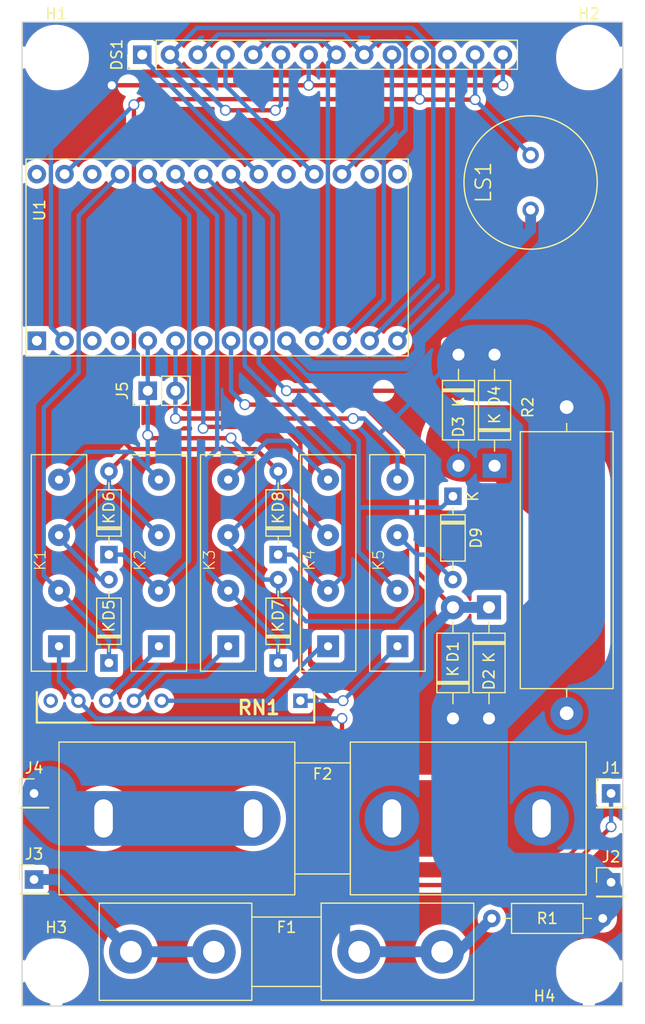
<source format=kicad_pcb>
(kicad_pcb (version 20221018) (generator pcbnew)
  (layers (0 "F.Cu" signal) (31 "B.Cu" signal) (34 "B.Paste" user) (35 "F.Paste" user) (36 "B.SilkS" user "B.Silkscreen") (37 "F.SilkS" user "F.Silkscreen") (38 "B.Mask" user) (39 "F.Mask" user) (44 "Edge.Cuts" user))
  (net 0 "")
  (net 1 "+3.3V")
  (net 2 "GND")
  (net 7 "/Speaker Control")
  (net 13 "/Input Common")
  (net 14 "/mA ADC In")
  (net 15 "/A ADC In")
  (net 16 "/TOUCH IRQ")
  (net 17 "/MISO")
  (net 18 "/MOSI")
  (net 19 "/TOUCH CS")
  (net 20 "/SCK")
  (net 21 "/TFT DC")
  (net 22 "/TFT CS")
  (net 23 "/mA In")
  (net 24 "/A In")
  (net 25 "/V{slash}Ohm In")
  (net 26 "/V{slash}Ohm ADC In")
  (net 27 "/Low Range Control")
  (net 28 "/Med Range Control")
  (net 29 "/High Range Control")
  (net 30 "/UH Range Control")
  (net 31 "/Ohm Vout")
  (net 32 "/V{slash}Ohm Control")
  (net 33 "Net-(K2-COM)")
  (net 34 "Net-(K3-COM)")
  (net 35 "Net-(K4-COM)")
  (footprint "502ProjectFootprints:SIL03-1A72-71_4" (layer "F.Cu") (at 195.326 102.616 90)
    (fp_text reference "K3" (at 0.254 -1.73 90 unlocked) (layer "F.SilkS") (effects (font (thickness 0.1))))
    (fp_text value "High Range")
    (pad "1" thru_hole rect (at -7.62 0 90) (size 2 2) (drill 0.75) (layers "*.Cu" "*.Mask") (net 34 "Net-(K3-COM)"))
    (pad "3" thru_hole circle (at -2.54 0 90) (size 2 2) (drill 0.75) (layers "*.Cu" "*.Mask" "Eco1.User") (net 29 "/High Range Control"))
    (pad "5" thru_hole circle (at 2.54 0 90) (size 2 2) (drill 0.75) (layers "*.Cu" "*.Mask") (net 2 "GND"))
    (pad "7" thru_hole circle (at 7.62 0 90) (size 2 2) (drill 0.75) (layers "*.Cu" "*.Mask") (net 26 "/V{slash}Ohm ADC In"))
  )
  (footprint "502ProjectFootprints:MountingHole_3mm" (layer "F.Cu") (at 228.346 139.954)
    (fp_text reference "H4" (at -4.064 2.286) (layer "F.SilkS"))
    (fp_text value "MountingHole")
    (pad "" np_thru_hole circle (at 0 0) (size 3 3) (drill 3) (layers "F&B.Cu" "*.Mask") (clearance 1.5))
  )
  (footprint "Diode_THT:D_DO-35_SOD27_P7.62mm_Horizontal" (layer "F.Cu") (at 184.404 101.854 90)
    (fp_text reference "D6" (at 4.826 0 90) (layer "F.SilkS"))
    (fp_text value "1N4148")
    (fp_text user "K" (at 3.302 0 90) (layer "F.SilkS"))
    (pad "1" thru_hole rect (at 0 0 90) (size 1.6 1.6) (drill 0.8) (layers "*.Cu" "*.Mask") (net 28 "/Med Range Control"))
    (pad "2" thru_hole oval (at 7.62 0 90) (size 1.6 1.6) (drill 0.8) (layers "*.Cu" "*.Mask") (net 2 "GND"))
  )
  (footprint "502ProjectFootprints:PinHeader_1x01_P2.54mm_Vertical_H0.8mm" (layer "F.Cu") (at 177.546 123.698)
    (fp_text reference "J4" (at 0 -2.33) (layer "F.SilkS"))
    (fp_text value "A")
    (pad "1" thru_hole rect (at 0 0) (size 1.7 1.7) (drill 0.8) (layers "*.Cu" "*.Mask") (net 24 "/A In"))
  )
  (footprint "Diode_THT:D_DO-41_SOD81_P10.16mm_Horizontal" (layer "F.Cu") (at 219.202 106.68 -90)
    (fp_text reference "D2" (at 6.604 0 90) (layer "F.SilkS"))
    (fp_text value "1N4001")
    (fp_text user "K" (at 4.572 0 90) (layer "F.SilkS"))
    (pad "1" thru_hole rect (at 0 0 270) (size 2.2 2.2) (drill 1.1) (layers "*.Cu" "*.Mask") (net 14 "/mA ADC In"))
    (pad "2" thru_hole oval (at 10.16 0 270) (size 2.2 2.2) (drill 1.1) (layers "*.Cu" "*.Mask") (net 13 "/Input Common"))
  )
  (footprint "Diode_THT:D_DO-35_SOD27_P7.62mm_Horizontal" (layer "F.Cu") (at 215.9 96.52 -90)
    (fp_text reference "D9" (at 3.81 -2.12 90) (layer "F.SilkS"))
    (fp_text value "1N4148")
    (fp_text user "K" (at 0 -1.8 90) (layer "F.SilkS"))
    (pad "1" thru_hole rect (at 0 0 270) (size 1.6 1.6) (drill 0.8) (layers "*.Cu" "*.Mask") (net 32 "/V{slash}Ohm Control"))
    (pad "2" thru_hole oval (at 7.62 0 270) (size 1.6 1.6) (drill 0.8) (layers "*.Cu" "*.Mask") (net 2 "GND"))
  )
  (footprint "502ProjectFootprints:SIL03-1A72-71_4" (layer "F.Cu") (at 210.82 102.616 90)
    (fp_text reference "K5" (at 0.254 -1.73 90 unlocked) (layer "F.SilkS") (effects (font (thickness 0.1))))
    (fp_text value "V/Ohm Switch")
    (pad "1" thru_hole rect (at -7.62 0 90) (size 2 2) (drill 0.75) (layers "*.Cu" "*.Mask") (net 31 "/Ohm Vout"))
    (pad "3" thru_hole circle (at -2.54 0 90) (size 2 2) (drill 0.75) (layers "*.Cu" "*.Mask" "Eco1.User") (net 32 "/V{slash}Ohm Control"))
    (pad "5" thru_hole circle (at 2.54 0 90) (size 2 2) (drill 0.75) (layers "*.Cu" "*.Mask") (net 2 "GND"))
    (pad "7" thru_hole circle (at 7.62 0 90) (size 2 2) (drill 0.75) (layers "*.Cu" "*.Mask") (net 13 "/Input Common"))
  )
  (footprint "Diode_THT:D_DO-41_SOD81_P10.16mm_Horizontal" (layer "F.Cu") (at 215.9 116.84 90)
    (fp_text reference "D1" (at 6.096 0 90) (layer "F.SilkS"))
    (fp_text value "1N4001")
    (fp_text user "K" (at 4.318 0 90) (layer "F.SilkS"))
    (pad "1" thru_hole rect (at 0 0 90) (size 2.2 2.2) (drill 1.1) (layers "*.Cu" "*.Mask") (net 13 "/Input Common"))
    (pad "2" thru_hole oval (at 10.16 0 90) (size 2.2 2.2) (drill 1.1) (layers "*.Cu" "*.Mask") (net 14 "/mA ADC In"))
  )
  (footprint "502ProjectFootprints:PinHeader_1x01_P2.54mm_Vertical_H0.8mm" (layer "F.Cu") (at 177.546 131.572)
    (fp_text reference "J3" (at 0 -2.33) (layer "F.SilkS"))
    (fp_text value "mA")
    (pad "1" thru_hole rect (at 0 0) (size 1.7 1.7) (drill 0.8) (layers "*.Cu" "*.Mask") (net 23 "/mA In"))
  )
  (footprint "502ProjectFootprints:LF124061_2" (layer "F.Cu") (at 200.66 138.176)
    (fp_text reference "F1" (at 0 -2.238 unlocked) (layer "F.SilkS"))
    (fp_text value "250mA Fuse")
    (pad "1" thru_hole circle (at -14.25 0) (size 4 4) (drill 1.98) (layers "*.Cu" "*.Mask") (net 23 "/mA In"))
    (pad "2" thru_hole circle (at -6.65 0) (size 4 4) (drill 1.98) (layers "*.Cu" "*.Mask") (net 23 "/mA In"))
    (pad "3" thru_hole circle (at 6.65 0) (size 4 4) (drill 1.98) (layers "*.Cu" "*.Mask") (net 14 "/mA ADC In"))
    (pad "4" thru_hole circle (at 14.25 0) (size 4 4) (drill 1.98) (layers "*.Cu" "*.Mask") (net 14 "/mA ADC In"))
  )
  (footprint "502ProjectFootprints:MountingHole_3mm" (layer "F.Cu") (at 179.578 139.954)
    (fp_text reference "H3" (at 0 -4) (layer "F.SilkS"))
    (fp_text value "MountingHole")
    (pad "" np_thru_hole circle (at 0 0) (size 3 3) (drill 3) (layers "F&B.Cu" "*.Mask") (clearance 1.5))
  )
  (footprint "502ProjectFootprints:LOB-1528272_3" (layer "F.Cu") (at 226.314 102.362 90)
    (fp_text reference "R2" (at 13.97 -3.556 90 unlocked) (layer "F.SilkS"))
    (fp_text value "0.05 Ohm")
    (pad "1" thru_hole circle (at -14 0 90) (size 3 3) (drill 1.25) (layers "*.Cu" "*.Mask") (net 15 "/A ADC In"))
    (pad "2" thru_hole circle (at 14 0 90) (size 3 3) (drill 1.25) (layers "*.Cu" "*.Mask") (net 13 "/Input Common"))
  )
  (footprint "502ProjectFootprints:MountingHole_3mm" (layer "F.Cu") (at 179.578 56.388)
    (fp_text reference "H1" (at 0 -4) (layer "F.SilkS"))
    (fp_text value "MountingHole")
    (pad "" np_thru_hole circle (at 0 0) (size 3 3) (drill 3) (layers "F&B.Cu" "*.Mask") (clearance 1.5))
  )
  (footprint "502ProjectFootprints:PinHeader_1x01_P2.54mm_Vertical_H0.8mm" (layer "F.Cu") (at 230.378 123.698)
    (fp_text reference "J1" (at 0 -2.33) (layer "F.SilkS"))
    (fp_text value "V/Ohm")
    (pad "1" thru_hole rect (at 0 0) (size 1.7 1.7) (drill 0.8) (layers "*.Cu" "*.Mask") (net 25 "/V{slash}Ohm In"))
  )
  (footprint "Resistor_THT:R_Axial_DIN0207_L6.3mm_D2.5mm_P10.16mm_Horizontal" (layer "F.Cu") (at 219.456 135.128)
    (fp_text reference "R1" (at 5.08 0) (layer "F.SilkS"))
    (fp_text value "5 Ohm")
    (pad "1" thru_hole circle (at 0 0) (size 1.6 1.6) (drill 0.8) (layers "*.Cu" "*.Mask") (net 14 "/mA ADC In"))
    (pad "2" thru_hole oval (at 10.16 0) (size 1.6 1.6) (drill 0.8) (layers "*.Cu" "*.Mask") (net 13 "/Input Common"))
  )
  (footprint "502ProjectFootprints:PinHeader_1x01_P2.54mm_Vertical_H0.8mm" (layer "F.Cu") (at 230.378 131.826)
    (fp_text reference "J2" (at 0 -2.33) (layer "F.SilkS"))
    (fp_text value "Com")
    (pad "1" thru_hole rect (at 0 0) (size 1.7 1.7) (drill 0.8) (layers "*.Cu" "*.Mask") (net 13 "/Input Common"))
  )
  (footprint "502ProjectFootprints:LF124041_3" (layer "F.Cu") (at 203.962 125.984)
    (fp_text reference "F2" (at 0 -4.064 unlocked) (layer "F.SilkS"))
    (fp_text value "10A Fuse")
    (pad "1" thru_hole circle (at -20.05 0) (size 5 5) (drill oval 1.7 3.5) (layers "*.Cu" "*.Mask") (net 24 "/A In"))
    (pad "2" thru_hole circle (at -6.35 0) (size 5 5) (drill oval 1.7 3.5) (layers "*.Cu" "*.Mask") (net 24 "/A In"))
    (pad "3" thru_hole circle (at 6.35 0) (size 5 5) (drill oval 1.7 3.5) (layers "*.Cu" "*.Mask") (net 15 "/A ADC In"))
    (pad "4" thru_hole circle (at 20.05 0) (size 5 5) (drill oval 1.7 3.5) (layers "*.Cu" "*.Mask") (net 15 "/A ADC In"))
  )
  (footprint "Diode_THT:D_DO-35_SOD27_P7.62mm_Horizontal" (layer "F.Cu") (at 199.898 101.854 90)
    (fp_text reference "D8" (at 4.826 0 90) (layer "F.SilkS"))
    (fp_text value "1N4148")
    (fp_text user "K" (at 3.302 0 90) (layer "F.SilkS"))
    (pad "1" thru_hole rect (at 0 0 90) (size 1.6 1.6) (drill 0.8) (layers "*.Cu" "*.Mask") (net 30 "/UH Range Control"))
    (pad "2" thru_hole oval (at 7.62 0 90) (size 1.6 1.6) (drill 0.8) (layers "*.Cu" "*.Mask") (net 2 "GND"))
  )
  (footprint "Diode_THT:D_DO-35_SOD27_P7.62mm_Horizontal" (layer "F.Cu") (at 199.898 111.76 90)
    (fp_text reference "D7" (at 4.826 0 90) (layer "F.SilkS"))
    (fp_text value "1N4148")
    (fp_text user "K" (at 3.302 0 90) (layer "F.SilkS"))
    (pad "1" thru_hole rect (at 0 0 90) (size 1.6 1.6) (drill 0.8) (layers "*.Cu" "*.Mask") (net 29 "/High Range Control"))
    (pad "2" thru_hole oval (at 7.62 0 90) (size 1.6 1.6) (drill 0.8) (layers "*.Cu" "*.Mask") (net 2 "GND"))
  )
  (footprint "502ProjectFootprints:SIL03-1A72-71_4" (layer "F.Cu") (at 179.832 102.616 90)
    (fp_text reference "K1" (at 0.254 -1.73 90 unlocked) (layer "F.SilkS") (effects (font (thickness 0.1))))
    (fp_text value "Low Range")
    (pad "1" thru_hole rect (at -7.62 0 90) (size 2 2) (drill 0.75) (layers "*.Cu" "*.Mask") (net 25 "/V{slash}Ohm In"))
    (pad "3" thru_hole circle (at -2.54 0 90) (size 2 2) (drill 0.75) (layers "*.Cu" "*.Mask" "Eco1.User") (net 27 "/Low Range Control"))
    (pad "5" thru_hole circle (at 2.54 0 90) (size 2 2) (drill 0.75) (layers "*.Cu" "*.Mask") (net 2 "GND"))
    (pad "7" thru_hole circle (at 7.62 0 90) (size 2 2) (drill 0.75) (layers "*.Cu" "*.Mask") (net 26 "/V{slash}Ohm ADC In"))
  )
  (footprint "502ProjectFootprints:PinHeader_1x02_P2.54mm_Vertical_H0.9mm" (layer "F.Cu") (at 187.955 86.868 90)
    (fp_text reference "J5" (at 0 -2.33 90) (layer "F.SilkS"))
    (fp_text value "Parallel Prot")
    (pad "1" thru_hole rect (at 0 0 90) (size 1.7 1.7) (drill 0.9) (layers "*.Cu" "*.Mask") (net 26 "/V{slash}Ohm ADC In"))
    (pad "2" thru_hole oval (at 0 2.54 90) (size 1.7 1.7) (drill 0.9) (layers "*.Cu" "*.Mask") (net 13 "/Input Common"))
  )
  (footprint "502ProjectFootprints:PinHeader_1x14_P2.54mm_Vertical_H0.9mm" (layer "F.Cu") (at 187.452 56.134 90)
    (fp_text reference "DS1" (at 0 -2.33 90) (layer "F.SilkS"))
    (fp_text value "TFT_Interface")
    (pad "1" thru_hole rect (at 0 0 90) (size 1.7 1.7) (drill 0.9) (layers "*.Cu" "*.Mask") (net 16 "/TOUCH IRQ"))
    (pad "2" thru_hole oval (at 0 2.54 90) (size 1.7 1.7) (drill 0.9) (layers "*.Cu" "*.Mask") (net 17 "/MISO"))
    (pad "3" thru_hole oval (at 0 5.08 90) (size 1.7 1.7) (drill 0.9) (layers "*.Cu" "*.Mask") (net 18 "/MOSI"))
    (pad "4" thru_hole oval (at 0 7.62 90) (size 1.7 1.7) (drill 0.9) (layers "*.Cu" "*.Mask") (net 19 "/TOUCH CS"))
    (pad "5" thru_hole oval (at 0 10.16 90) (size 1.7 1.7) (drill 0.9) (layers "*.Cu" "*.Mask") (net 20 "/SCK"))
    (pad "6" thru_hole oval (at 0 12.7 90) (size 1.7 1.7) (drill 0.9) (layers "*.Cu" "*.Mask") (net 17 "/MISO"))
    (pad "7" thru_hole oval (at 0 15.24 90) (size 1.7 1.7) (drill 0.9) (layers "*.Cu" "*.Mask") (net 1 "+3.3V"))
    (pad "8" thru_hole oval (at 0 17.78 90) (size 1.7 1.7) (drill 0.9) (layers "*.Cu" "*.Mask") (net 20 "/SCK"))
    (pad "9" thru_hole oval (at 0 20.32 90) (size 1.7 1.7) (drill 0.9) (layers "*.Cu" "*.Mask") (net 18 "/MOSI"))
    (pad "10" thru_hole oval (at 0 22.86 90) (size 1.7 1.7) (drill 0.9) (layers "*.Cu" "*.Mask") (net 21 "/TFT DC"))
    (pad "11" thru_hole oval (at 0 25.4 90) (size 1.7 1.7) (drill 0.9) (layers "*.Cu" "*.Mask") (net 2 "GND"))
    (pad "12" thru_hole oval (at 0 27.94 90) (size 1.7 1.7) (drill 0.9) (layers "*.Cu" "*.Mask") (net 22 "/TFT CS"))
    (pad "13" thru_hole oval (at 0 30.48 90) (size 1.7 1.7) (drill 0.9) (layers "*.Cu" "*.Mask") (net 2 "GND"))
    (pad "14" thru_hole oval (at 0 33.02 90) (size 1.7 1.7) (drill 0.9) (layers "*.Cu" "*.Mask") (net 1 "+3.3V"))
  )
  (footprint "502ProjectFootprints:1776-C68-1" (layer "F.Cu") (at 201.93 115.219 180)
    (fp_text reference "RN1" (at 3.81 -0.635) (layer "F.SilkS") (effects (font (size 1.27 1.27) (thickness 0.254))))
    (fp_text value "1776-C68" hide)
    (pad "1" thru_hole circle (at 22.86 0 180) (size 1.32 1.32) (drill 0.77) (layers "*.Cu" "*.Mask"))
    (pad "2" thru_hole circle (at 20.32 0 180) (size 1.32 1.32) (drill 0.77) (layers "*.Cu" "*.Mask") (net 25 "/V{slash}Ohm In"))
    (pad "3" thru_hole circle (at 17.78 0 180) (size 1.32 1.32) (drill 0.77) (layers "*.Cu" "*.Mask") (net 33 "Net-(K2-COM)"))
    (pad "4" thru_hole circle (at 15.24 0 180) (size 1.32 1.32) (drill 0.77) (layers "*.Cu" "*.Mask") (net 34 "Net-(K3-COM)"))
    (pad "5" thru_hole circle (at 12.7 0 180) (size 1.32 1.32) (drill 0.77) (layers "*.Cu" "*.Mask") (net 35 "Net-(K4-COM)"))
    (pad "6" thru_hole rect (at 0 0 180) (size 1.32 1.32) (drill 0.77) (layers "*.Cu" "*.Mask") (net 31 "/Ohm Vout"))
  )
  (footprint "Diode_THT:D_DO-41_SOD81_P10.16mm_Horizontal" (layer "F.Cu") (at 219.71 93.726 90)
    (fp_text reference "D4" (at 6.35 0 90) (layer "F.SilkS"))
    (fp_text value "1N4001")
    (fp_text user "K" (at 4.318 0 90) (layer "F.SilkS"))
    (pad "1" thru_hole rect (at 0 0 90) (size 2.2 2.2) (drill 1.1) (layers "*.Cu" "*.Mask") (net 15 "/A ADC In"))
    (pad "2" thru_hole oval (at 10.16 0 90) (size 2.2 2.2) (drill 1.1) (layers "*.Cu" "*.Mask") (net 13 "/Input Common"))
  )
  (footprint "502ProjectFootprints:XDCR_PS1240P02BT" (layer "F.Cu") (at 223.012 67.818 90)
    (fp_text reference "LS1" (at 0 -4.318 90) (layer "F.SilkS") (effects (font (size 1.4 1.4))))
    (fp_text value "PS1240P02BT")
    (pad "1" thru_hole circle (at -2.5 0 90) (size 1.5 1.5) (drill 0.85) (layers "*.Cu" "*.Mask") (net 7 "/Speaker Control"))
    (pad "2" thru_hole circle (at 2.5 0 90) (size 1.5 1.5) (drill 0.85) (layers "*.Cu" "*.Mask") (net 2 "GND"))
  )
  (footprint "Diode_THT:D_DO-35_SOD27_P7.62mm_Horizontal" (layer "F.Cu") (at 184.404 111.76 90)
    (fp_text reference "D5" (at 4.826 0 90) (layer "F.SilkS"))
    (fp_text value "1N4148")
    (fp_text user "K" (at 3.302 0 90) (layer "F.SilkS"))
    (pad "1" thru_hole rect (at 0 0 90) (size 1.6 1.6) (drill 0.8) (layers "*.Cu" "*.Mask") (net 27 "/Low Range Control"))
    (pad "2" thru_hole oval (at 7.62 0 90) (size 1.6 1.6) (drill 0.8) (layers "*.Cu" "*.Mask") (net 2 "GND"))
  )
  (footprint "502ProjectFootprints:MountingHole_3mm" (layer "F.Cu") (at 228.346 56.388)
    (fp_text reference "H2" (at 0 -4) (layer "F.SilkS"))
    (fp_text value "MountingHole")
    (pad "" np_thru_hole circle (at 0 0) (size 3 3) (drill 3) (layers "F&B.Cu" "*.Mask") (clearance 1.5))
  )
  (footprint "502ProjectFootprints:ItsyBitsy" (layer "F.Cu") (at 194.31 74.676 90)
    (fp_text reference "U1" (at 4.318 -16.256 90 unlocked) (layer "F.SilkS"))
    (fp_text value "ItsyBitsy_NRF52840_Big")
    (pad "1" thru_hole rect (at -7.62 -16.51 90) (size 1.7 1.7) (drill 0.9) (layers "*.Cu" "*.Mask"))
    (pad "2" thru_hole circle (at -7.62 -13.97 90) (size 1.7 1.7) (drill 0.9) (layers "*.Cu" "*.Mask") (net 1 "+3.3V"))
    (pad "3" thru_hole circle (at -7.62 -11.43 90) (size 1.7 1.7) (drill 0.9) (layers "*.Cu" "*.Mask"))
    (pad "4" thru_hole circle (at -7.62 -8.89 90) (size 1.7 1.7) (drill 0.9) (layers "*.Cu" "*.Mask"))
    (pad "5" thru_hole circle (at -7.62 -6.35 90) (size 1.7 1.7) (drill 0.9) (layers "*.Cu" "*.Mask") (net 26 "/V{slash}Ohm ADC In"))
    (pad "6" thru_hole circle (at -7.62 -3.81 90) (size 1.7 1.7) (drill 0.9) (layers "*.Cu" "*.Mask") (net 13 "/Input Common"))
    (pad "7" thru_hole circle (at -7.62 -1.27 90) (size 1.7 1.7) (drill 0.9) (layers "*.Cu" "*.Mask") (net 31 "/Ohm Vout"))
    (pad "8" thru_hole circle (at -7.62 1.27 90) (size 1.7 1.7) (drill 0.9) (layers "*.Cu" "*.Mask") (net 14 "/mA ADC In"))
    (pad "9" thru_hole circle (at -7.62 3.81 90) (size 1.7 1.7) (drill 0.9) (layers "*.Cu" "*.Mask") (net 15 "/A ADC In"))
    (pad "10" thru_hole circle (at -7.62 6.35 90) (size 1.7 1.7) (drill 0.9) (layers "*.Cu" "*.Mask") (net 7 "/Speaker Control"))
    (pad "11" thru_hole circle (at -7.62 8.89 90) (size 1.7 1.7) (drill 0.9) (layers "*.Cu" "*.Mask") (net 20 "/SCK"))
    (pad "12" thru_hole circle (at -7.62 11.43 90) (size 1.7 1.7) (drill 0.9) (layers "*.Cu" "*.Mask") (net 18 "/MOSI"))
    (pad "13" thru_hole circle (at -7.62 13.97 90) (size 1.7 1.7) (drill 0.9) (layers "*.Cu" "*.Mask") (net 17 "/MISO"))
    (pad "14" thru_hole circle (at -7.62 16.51 90) (size 1.7 1.7) (drill 0.9) (layers "*.Cu" "*.Mask") (net 22 "/TFT CS"))
    (pad "15" thru_hole circle (at 7.62 16.51 90) (size 1.7 1.7) (drill 0.9) (layers "*.Cu" "*.Mask"))
    (pad "16" thru_hole circle (at 7.62 13.97 90) (size 1.7 1.7) (drill 0.9) (layers "*.Cu" "*.Mask"))
    (pad "17" thru_hole circle (at 7.62 11.43 90) (size 1.7 1.7) (drill 0.9) (layers "*.Cu" "*.Mask") (net 21 "/TFT DC"))
    (pad "18" thru_hole circle (at 7.62 8.89 90) (size 1.7 1.7) (drill 0.9) (layers "*.Cu" "*.Mask") (net 19 "/TOUCH CS"))
    (pad "19" thru_hole circle (at 7.62 6.35 90) (size 1.7 1.7) (drill 0.9) (layers "*.Cu" "*.Mask"))
    (pad "20" thru_hole circle (at 7.62 3.81 90) (size 1.7 1.7) (drill 0.9) (layers "*.Cu" "*.Mask") (net 16 "/TOUCH IRQ"))
    (pad "21" thru_hole circle (at 7.62 1.27 90) (size 1.7 1.7) (drill 0.9) (layers "*.Cu" "*.Mask") (net 32 "/V{slash}Ohm Control"))
    (pad "22" thru_hole circle (at 7.62 -1.27 90) (size 1.7 1.7) (drill 0.9) (layers "*.Cu" "*.Mask") (net 30 "/UH Range Control"))
    (pad "23" thru_hole circle (at 7.62 -3.81 90) (size 1.7 1.7) (drill 0.9) (layers "*.Cu" "*.Mask") (net 29 "/High Range Control"))
    (pad "24" thru_hole circle (at 7.62 -6.35 90) (size 1.7 1.7) (drill 0.9) (layers "*.Cu" "*.Mask") (net 28 "/Med Range Control"))
    (pad "25" thru_hole circle (at 7.62 -8.89 90) (size 1.7 1.7) (drill 0.9) (layers "*.Cu" "*.Mask") (net 27 "/Low Range Control"))
    (pad "26" thru_hole circle (at 7.62 -11.43 90) (size 1.7 1.7) (drill 0.9) (layers "*.Cu" "*.Mask"))
    (pad "27" thru_hole circle (at 7.62 -13.97 90) (size 1.7 1.7) (drill 0.9) (layers "*.Cu" "*.Mask") (net 2 "GND"))
    (pad "28" thru_hole circle (at 7.62 -16.51 90) (size 1.7 1.7) (drill 0.9) (layers "*.Cu" "*.Mask"))
  )
  (footprint "502ProjectFootprints:SIL03-1A72-71_4" (layer "F.Cu") (at 188.976 102.616 90)
    (fp_text reference "K2" (at 0.254 -1.73 90 unlocked) (layer "F.SilkS") (effects (font (thickness 0.1))))
    (fp_text value "Medium Range")
    (pad "1" thru_hole rect (at -7.62 0 90) (size 2 2) (drill 0.75) (layers "*.Cu" "*.Mask") (net 33 "Net-(K2-COM)"))
    (pad "3" thru_hole circle (at -2.54 0 90) (size 2 2) (drill 0.75) (layers "*.Cu" "*.Mask" "Eco1.User") (net 28 "/Med Range Control"))
    (pad "5" thru_hole circle (at 2.54 0 90) (size 2 2) (drill 0.75) (layers "*.Cu" "*.Mask") (net 2 "GND"))
    (pad "7" thru_hole circle (at 7.62 0 90) (size 2 2) (drill 0.75) (layers "*.Cu" "*.Mask") (net 26 "/V{slash}Ohm ADC In"))
  )
  (footprint "502ProjectFootprints:SIL03-1A72-71_4" (layer "F.Cu") (at 204.47 102.616 90)
    (fp_text reference "K4" (at 0.254 -1.73 90 unlocked) (layer "F.SilkS") (effects (font (thickness 0.1))))
    (fp_text value "UH Range (Ohm Only)")
    (pad "1" thru_hole rect (at -7.62 0 90) (size 2 2) (drill 0.75) (layers "*.Cu" "*.Mask") (net 35 "Net-(K4-COM)"))
    (pad "3" thru_hole circle (at -2.54 0 90) (size 2 2) (drill 0.75) (layers "*.Cu" "*.Mask" "Eco1.User") (net 30 "/UH Range Control"))
    (pad "5" thru_hole circle (at 2.54 0 90) (size 2 2) (drill 0.75) (layers "*.Cu" "*.Mask") (net 2 "GND"))
    (pad "7" thru_hole circle (at 7.62 0 90) (size 2 2) (drill 0.75) (layers "*.Cu" "*.Mask") (net 26 "/V{slash}Ohm ADC In"))
  )
  (footprint "Diode_THT:D_DO-41_SOD81_P10.16mm_Horizontal" (layer "F.Cu") (at 216.408 83.566 -90)
    (fp_text reference "D3" (at 6.604 0 90) (layer "F.SilkS"))
    (fp_text value "1N4001")
    (fp_text user "K" (at 4.318 0 90) (layer "F.SilkS"))
    (pad "1" thru_hole rect (at 0 0 270) (size 2.2 2.2) (drill 1.1) (layers "*.Cu" "*.Mask") (net 13 "/Input Common"))
    (pad "2" thru_hole oval (at 10.16 0 270) (size 2.2 2.2) (drill 1.1) (layers "*.Cu" "*.Mask") (net 15 "/A ADC In"))
  )
  (gr_rect (start 176.452 53.134) (end 231.452 143.134) (stroke (width 0.1)) (fill none) (layer "Edge.Cuts"))
  (gr_rect (start 176.452 53.134) (end 231.452 143.134) (stroke (width 0.1)) (fill none) (layer "Edge.Cuts"))
  (segment (start 202.692 58.928) (end 184.658 58.928) (width 0.4) (layer "F.Cu") (net 1))
  (segment (start 220.472 58.928) (end 202.692 58.928) (width 0.4) (layer "F.Cu") (net 1))
  (via (at 220.472 58.928) (size 1) (drill 0.75) (layers "F.Cu" "B.Cu") (net 1))
  (via (at 202.692 58.928) (size 1) (drill 0.75) (layers "F.Cu" "B.Cu") (net 1))
  (via (at 184.658 58.928) (size 1) (drill 0.75) (layers "F.Cu" "B.Cu") (net 1))
  (segment (start 179.09 81.046) (end 180.34 82.296) (width 0.4) (layer "B.Cu") (net 1))
  (segment (start 179.09 64.496) (end 179.09 81.046) (width 0.4) (layer "B.Cu") (net 1))
  (segment (start 202.692 56.134) (end 202.692 58.928) (width 0.4) (layer "B.Cu") (net 1))
  (segment (start 220.472 56.134) (end 220.472 58.928) (width 0.4) (layer "B.Cu") (net 1))
  (segment (start 184.658 58.928) (end 179.09 64.496) (width 0.4) (layer "B.Cu") (net 1))
  (segment (start 186.69 60.706) (end 187.198 60.198) (width 0.4) (layer "F.Cu") (net 2))
  (segment (start 197.866 92.202) (end 199.898 94.234) (width 0.4) (layer "F.Cu") (net 2))
  (segment (start 184.404 94.234) (end 186.436 92.202) (width 0.4) (layer "F.Cu") (net 2))
  (segment (start 187.198 60.198) (end 212.852 60.198) (width 0.4) (layer "F.Cu") (net 2))
  (segment (start 186.69 60.706) (end 186.69 84.582) (width 0.4) (layer "F.Cu") (net 2))
  (segment (start 186.436 92.202) (end 197.866 92.202) (width 0.4) (layer "F.Cu") (net 2))
  (segment (start 185.928 85.344) (end 185.928 91.694) (width 0.4) (layer "F.Cu") (net 2))
  (segment (start 185.928 91.694) (end 186.436 92.202) (width 0.4) (layer "F.Cu") (net 2))
  (segment (start 212.892 60.238) (end 212.852 60.198) (width 0.4) (layer "F.Cu") (net 2))
  (segment (start 186.69 84.582) (end 185.928 85.344) (width 0.4) (layer "F.Cu") (net 2))
  (segment (start 217.932 60.238) (end 212.892 60.238) (width 0.4) (layer "F.Cu") (net 2))
  (via (at 212.852 60.198) (size 1) (drill 0.75) (layers "F.Cu" "B.Cu") (net 2))
  (via (at 217.932 60.238) (size 1) (drill 0.75) (layers "F.Cu" "B.Cu") (net 2))
  (via (at 186.69 60.706) (size 1) (drill 0.75) (layers "F.Cu" "B.Cu") (net 2))
  (segment (start 217.932 60.238) (end 223.012 65.318) (width 0.4) (layer "B.Cu") (net 2))
  (segment (start 198.628 104.14) (end 195.326 100.838) (width 0.4) (layer "B.Cu") (net 2))
  (segment (start 184.404 95.504) (end 188.976 100.076) (width 0.4) (layer "B.Cu") (net 2))
  (segment (start 195.326 100.076) (end 199.898 95.504) (width 0.4) (layer "B.Cu") (net 2))
  (segment (start 212.598 101.854) (end 212.598 105.918) (width 0.4) (layer "B.Cu") (net 2))
  (segment (start 186.69 60.706) (end 180.34 67.056) (width 0.4) (layer "B.Cu") (net 2))
  (segment (start 202.438 107.95) (end 199.898 105.41) (width 0.4) (layer "B.Cu") (net 2))
  (segment (start 212.852 56.134) (end 212.852 60.198) (width 0.4) (layer "B.Cu") (net 2))
  (segment (start 212.598 105.918) (end 210.566 107.95) (width 0.4) (layer "B.Cu") (net 2))
  (segment (start 199.898 105.41) (end 199.898 104.14) (width 0.4) (layer "B.Cu") (net 2))
  (segment (start 199.898 104.14) (end 198.628 104.14) (width 0.4) (layer "B.Cu") (net 2))
  (segment (start 195.326 100.838) (end 195.326 100.076) (width 0.4) (layer "B.Cu") (net 2))
  (segment (start 210.82 100.076) (end 212.598 101.854) (width 0.4) (layer "B.Cu") (net 2))
  (segment (start 179.832 100.076) (end 184.404 95.504) (width 0.4) (layer "B.Cu") (net 2))
  (segment (start 215.9 104.14) (end 213.614 101.854) (width 0.4) (layer "B.Cu") (net 2))
  (segment (start 213.614 101.854) (end 212.598 101.854) (width 0.4) (layer "B.Cu") (net 2))
  (segment (start 183.642 104.14) (end 179.832 100.33) (width 0.4) (layer "B.Cu") (net 2))
  (segment (start 179.832 100.33) (end 179.832 100.076) (width 0.4) (layer "B.Cu") (net 2))
  (segment (start 184.404 94.234) (end 184.404 95.504) (width 0.4) (layer "B.Cu") (net 2))
  (segment (start 199.898 94.234) (end 199.898 95.504) (width 0.4) (layer "B.Cu") (net 2))
  (segment (start 199.898 95.504) (end 204.47 100.076) (width 0.4) (layer "B.Cu") (net 2))
  (segment (start 184.404 104.14) (end 183.642 104.14) (width 0.4) (layer "B.Cu") (net 2))
  (segment (start 217.932 56.134) (end 217.932 60.238) (width 0.4) (layer "B.Cu") (net 2))
  (segment (start 210.566 107.95) (end 202.438 107.95) (width 0.4) (layer "B.Cu") (net 2))
  (segment (start 200.66 82.296) (end 202.946 84.582) (width 1) (layer "B.Cu") (net 7))
  (segment (start 212.852 83.312) (end 212.852 82.296) (width 1) (layer "B.Cu") (net 7))
  (segment (start 223.012 72.136) (end 223.012 70.318) (width 1) (layer "B.Cu") (net 7))
  (segment (start 211.582 84.582) (end 212.852 83.312) (width 1) (layer "B.Cu") (net 7))
  (segment (start 212.852 82.296) (end 223.012 72.136) (width 1) (layer "B.Cu") (net 7))
  (segment (start 202.946 84.582) (end 211.582 84.582) (width 1) (layer "B.Cu") (net 7))
  (segment (start 206.756 89.406957) (end 206.754957 89.408) (width 0.4) (layer "F.Cu") (net 13))
  (segment (start 206.754957 89.408) (end 190.5 89.408) (width 0.4) (layer "F.Cu") (net 13))
  (segment (start 190.5 89.408) (end 190.495 89.403) (width 0.4) (layer "F.Cu") (net 13))
  (via (at 206.756 89.406957) (size 1) (drill 0.75) (layers "F.Cu" "B.Cu") (net 13))
  (via (at 190.495 89.403) (size 1) (drill 0.75) (layers "F.Cu" "B.Cu") (net 13))
  (segment (start 226.314 107.442) (end 217.424 116.332) (width 7) (layer "B.Cu") (net 13))
  (segment (start 227.64 131.628) (end 228.952 132.94) (width 5) (layer "B.Cu") (net 13))
  (segment (start 217.424 128.524) (end 220.528 131.628) (width 5) (layer "B.Cu") (net 13))
  (segment (start 227.75 134.454) (end 223.608 134.454) (width 5) (layer "B.Cu") (net 13))
  (segment (start 210.82 92.456) (end 210.82 94.996) (width 0.4) (layer "B.Cu") (net 13))
  (segment (start 219.71 83.566) (end 216.408 83.566) (width 0.4) (layer "B.Cu") (net 13))
  (segment (start 228.952 132.94) (end 228.952 133.252) (width 5) (layer "B.Cu") (net 13))
  (segment (start 206.756 89.406957) (end 207.770957 89.406957) (width 0.4) (layer "B.Cu") (net 13))
  (segment (start 217.424 116.332) (end 217.424 128.524) (width 7) (layer "B.Cu") (net 13))
  (segment (start 221.996 84.328) (end 217.932 84.328) (width 7) (layer "B.Cu") (net 13))
  (segment (start 223.608 134.454) (end 223.52 134.366) (width 5) (layer "B.Cu") (net 13))
  (segment (start 190.495 86.868) (end 190.495 89.403) (width 0.4) (layer "B.Cu") (net 13))
  (segment (start 207.770957 89.406957) (end 210.82 92.456) (width 0.4) (layer "B.Cu") (net 13))
  (segment (start 220.528 131.628) (end 227.64 131.628) (width 5) (layer "B.Cu") (net 13))
  (segment (start 190.495 86.868) (end 190.495 82.301) (width 0.4) (layer "B.Cu") (net 13))
  (segment (start 216.408 83.566) (end 209.169 90.805) (width 0.4) (layer "B.Cu") (net 13))
  (segment (start 190.495 82.301) (end 190.5 82.296) (width 0.4) (layer "B.Cu") (net 13))
  (segment (start 226.314 88.362) (end 226.314 107.442) (width 7) (layer "B.Cu") (net 13))
  (segment (start 228.952 133.252) (end 227.75 134.454) (width 5) (layer "B.Cu") (net 13))
  (segment (start 226.314 88.362) (end 222.28 84.328) (width 7) (layer "B.Cu") (net 13))
  (segment (start 222.28 84.328) (end 221.996 84.328) (width 7) (layer "B.Cu") (net 13))
  (segment (start 215.9 106.68) (end 212.598 103.378) (width 0.4) (layer "F.Cu") (net 14))
  (segment (start 207.633371 88.138) (end 196.85 88.138) (width 0.4) (layer "F.Cu") (net 14))
  (segment (start 212.598 93.102629) (end 207.633371 88.138) (width 0.4) (layer "F.Cu") (net 14))
  (segment (start 212.598 103.378) (end 212.598 93.102629) (width 0.4) (layer "F.Cu") (net 14))
  (via (at 196.85 88.138) (size 1) (drill 0.75) (layers "F.Cu" "B.Cu") (net 14))
  (segment (start 205.994 137.16) (end 205.994 120.65) (width 1) (layer "B.Cu") (net 14))
  (segment (start 205.994 120.65) (end 213.614 113.03) (width 1) (layer "B.Cu") (net 14))
  (segment (start 219.202 106.68) (end 215.9 106.68) (width 1) (layer "B.Cu") (net 14))
  (segment (start 214.91 138.176) (end 216.408 138.176) (width 1) (layer "B.Cu") (net 14))
  (segment (start 207.31 138.176) (end 207.01 138.176) (width 1) (layer "B.Cu") (net 14))
  (segment (start 214.91 138.176) (end 207.31 138.176) (width 1) (layer "B.Cu") (net 14))
  (segment (start 213.614 108.966) (end 215.9 106.68) (width 1) (layer "B.Cu") (net 14))
  (segment (start 214.91 138.176) (end 214.122 138.176) (width 1) (layer "B.Cu") (net 14))
  (segment (start 195.58 86.868) (end 195.58 82.296) (width 0.4) (layer "B.Cu") (net 14))
  (segment (start 196.85 88.138) (end 195.58 86.868) (width 0.4) (layer "B.Cu") (net 14))
  (segment (start 207.01 138.176) (end 205.994 137.16) (width 1) (layer "B.Cu") (net 14))
  (segment (start 213.614 113.03) (end 213.614 108.966) (width 1) (layer "B.Cu") (net 14))
  (segment (start 216.408 138.176) (end 219.456 135.128) (width 1) (layer "B.Cu") (net 14))
  (segment (start 224.79 95.25) (end 221.234 91.694) (width 7) (layer "F.Cu") (net 15))
  (segment (start 200.66 86.868) (end 212.09 86.868) (width 0.4) (layer "F.Cu") (net 15))
  (segment (start 226.314 95.25) (end 224.79 95.25) (width 7) (layer "F.Cu") (net 15))
  (segment (start 221.234 91.694) (end 216.916 91.694) (width 7) (layer "F.Cu") (net 15))
  (segment (start 212.09 86.868) (end 216.916 91.694) (width 0.4) (layer "F.Cu") (net 15))
  (segment (start 226.314 116.362) (end 226.314 95.25) (width 7) (layer "F.Cu") (net 15))
  (segment (start 210.312 125.984) (end 224.012 125.984) (width 7) (layer "F.Cu") (net 15))
  (segment (start 224.012 118.664) (end 226.314 116.362) (width 7) (layer "F.Cu") (net 15))
  (segment (start 224.012 125.984) (end 224.012 118.664) (width 7) (layer "F.Cu") (net 15))
  (via (at 200.66 86.868) (size 1) (drill 0.75) (layers "F.Cu" "B.Cu") (net 15))
  (segment (start 200.64125 86.84925) (end 198.12 84.328) (width 0.4) (layer "B.Cu") (net 15))
  (segment (start 198.12 84.328) (end 198.12 82.296) (width 0.4) (layer "B.Cu") (net 15))
  (segment (start 200.64125 86.84925) (end 200.66 86.868) (width 0.4) (layer "B.Cu") (net 15))
  (segment (start 187.452 56.134) (end 187.452 56.388) (width 0.4) (layer "B.Cu") (net 16))
  (segment (start 187.452 56.388) (end 198.12 67.056) (width 0.4) (layer "B.Cu") (net 16))
  (segment (start 195.072 61.214) (end 199.644 61.214) (width 0.4) (layer "F.Cu") (net 17))
  (via (at 199.644 61.214) (size 1) (drill 0.75) (layers "F.Cu" "B.Cu") (net 17))
  (via (at 195.072 61.214) (size 1) (drill 0.75) (layers "F.Cu" "B.Cu") (net 17))
  (segment (start 208.28 82.296) (end 214.102 76.474) (width 0.4) (layer "B.Cu") (net 17))
  (segment (start 199.644 61.214) (end 200.152 60.706) (width 0.4) (layer "B.Cu") (net 17))
  (segment (start 189.992 56.134) (end 195.072 61.214) (width 0.4) (layer "B.Cu") (net 17))
  (segment (start 192.442 53.684) (end 189.992 56.134) (width 0.4) (layer "B.Cu") (net 17))
  (segment (start 214.102 76.474) (end 214.102 55.606) (width 0.4) (layer "B.Cu") (net 17))
  (segment (start 200.152 60.706) (end 200.152 56.134) (width 0.4) (layer "B.Cu") (net 17))
  (segment (start 212.18 53.684) (end 192.442 53.684) (width 0.4) (layer "B.Cu") (net 17))
  (segment (start 214.102 55.606) (end 212.18 53.684) (width 0.4) (layer "B.Cu") (net 17))
  (segment (start 209.57 78.466) (end 209.57 65.004) (width 0.4) (layer "B.Cu") (net 18))
  (segment (start 194.382 54.284) (end 192.532 56.134) (width 0.4) (layer "B.Cu") (net 18))
  (segment (start 205.74 82.296) (end 209.57 78.466) (width 0.4) (layer "B.Cu") (net 18))
  (segment (start 209.57 65.004) (end 211.562 63.012) (width 0.4) (layer "B.Cu") (net 18))
  (segment (start 209.022 54.884) (end 207.772 56.134) (width 0.4) (layer "B.Cu") (net 18))
  (segment (start 205.922 54.284) (end 194.382 54.284) (width 0.4) (layer "B.Cu") (net 18))
  (segment (start 211.562 55.606) (end 210.84 54.884) (width 0.4) (layer "B.Cu") (net 18))
  (segment (start 211.562 63.012) (end 211.562 55.606) (width 0.4) (layer "B.Cu") (net 18))
  (segment (start 210.84 54.884) (end 209.022 54.884) (width 0.4) (layer "B.Cu") (net 18))
  (segment (start 207.772 56.134) (end 205.922 54.284) (width 0.4) (layer "B.Cu") (net 18))
  (segment (start 195.072 58.928) (end 195.072 56.134) (width 0.4) (layer "B.Cu") (net 19))
  (segment (start 203.2 67.056) (end 195.072 58.928) (width 0.4) (layer "B.Cu") (net 19))
  (segment (start 205.232 56.134) (end 203.982 54.884) (width 0.4) (layer "B.Cu") (net 20))
  (segment (start 198.862 54.884) (end 197.612 56.134) (width 0.4) (layer "B.Cu") (net 20))
  (segment (start 204.45 56.916) (end 205.232 56.134) (width 0.4) (layer "B.Cu") (net 20))
  (segment (start 204.45 81.046) (end 204.45 56.916) (width 0.4) (layer "B.Cu") (net 20))
  (segment (start 203.2 82.296) (end 204.45 81.046) (width 0.4) (layer "B.Cu") (net 20))
  (segment (start 203.982 54.884) (end 198.862 54.884) (width 0.4) (layer "B.Cu") (net 20))
  (segment (start 210.312 62.484) (end 210.312 56.134) (width 0.4) (layer "B.Cu") (net 21))
  (segment (start 205.74 67.056) (end 210.312 62.484) (width 0.4) (layer "B.Cu") (net 21))
  (segment (start 215.392 56.134) (end 215.392 77.724) (width 0.4) (layer "B.Cu") (net 22))
  (segment (start 215.392 77.724) (end 210.82 82.296) (width 0.4) (layer "B.Cu") (net 22))
  (segment (start 179.806 131.572) (end 177.546 131.572) (width 1) (layer "B.Cu") (net 23))
  (segment (start 186.41 138.176) (end 194.01 138.176) (width 1) (layer "B.Cu") (net 23))
  (segment (start 186.41 138.176) (end 179.806 131.572) (width 1) (layer "B.Cu") (net 23))
  (segment (start 183.912 125.984) (end 197.612 125.984) (width 5) (layer "B.Cu") (net 24))
  (segment (start 183.912 125.984) (end 180.376467 125.984) (width 5) (layer "B.Cu") (net 24))
  (segment (start 180.376467 125.984) (end 178.952 124.559533) (width 5) (layer "B.Cu") (net 24))
  (segment (start 178.952 124.559533) (end 178.952 123.698) (width 5) (layer "B.Cu") (net 24))
  (segment (start 225.044 132.08) (end 208.28 132.08) (width 0.4) (layer "F.Cu") (net 25))
  (segment (start 205.74 129.54) (end 205.74 116.84) (width 0.4) (layer "F.Cu") (net 25))
  (segment (start 230.378 126.746) (end 225.044 132.08) (width 0.4) (layer "F.Cu") (net 25))
  (segment (start 208.28 132.08) (end 205.74 129.54) (width 0.4) (layer "F.Cu") (net 25))
  (via (at 205.74 116.84) (size 1) (drill 0.75) (layers "F.Cu" "B.Cu") (net 25))
  (via (at 230.378 126.746) (size 1) (drill 0.75) (layers "F.Cu" "B.Cu") (net 25))
  (segment (start 179.832 113.441) (end 181.61 115.219) (width 0.4) (layer "B.Cu") (net 25))
  (segment (start 183.231 116.84) (end 205.74 116.84) (width 0.4) (layer "B.Cu") (net 25))
  (segment (start 179.832 110.236) (end 179.832 113.441) (width 0.4) (layer "B.Cu") (net 25))
  (segment (start 181.61 115.219) (end 183.231 116.84) (width 0.4) (layer "B.Cu") (net 25))
  (segment (start 230.378 126.746) (end 230.378 123.698) (width 0.4) (layer "B.Cu") (net 25))
  (segment (start 188.2305 91.2075) (end 187.955 90.932) (width 0.4) (layer "F.Cu") (net 26))
  (segment (start 195.58 91.186) (end 195.5585 91.2075) (width 0.4) (layer "F.Cu") (net 26))
  (segment (start 195.5585 91.2075) (end 188.2305 91.2075) (width 0.4) (layer "F.Cu") (net 26))
  (via (at 187.955 90.932) (size 1) (drill 0.75) (layers "F.Cu" "B.Cu") (net 26))
  (via (at 195.58 91.186) (size 1) (drill 0.75) (layers "F.Cu" "B.Cu") (net 26))
  (segment (start 179.832 94.996) (end 182.372 92.456) (width 0.4) (layer "B.Cu") (net 26))
  (segment (start 187.955 91.44) (end 187.955 93.975) (width 0.4) (layer "B.Cu") (net 26))
  (segment (start 197.288 93.034) (end 198.882 91.44) (width 0.4) (layer "B.Cu") (net 26))
  (segment (start 187.955 93.975) (end 188.976 94.996) (width 0.4) (layer "B.Cu") (net 26))
  (segment (start 195.58 91.326) (end 195.58 91.186) (width 0.4) (layer "B.Cu") (net 26))
  (segment (start 182.372 92.456) (end 186.436 92.456) (width 0.4) (layer "B.Cu") (net 26))
  (segment (start 186.436 92.456) (end 188.976 94.996) (width 0.4) (layer "B.Cu") (net 26))
  (segment (start 197.288 93.034) (end 195.58 91.326) (width 0.4) (layer "B.Cu") (net 26))
  (segment (start 187.955 82.301) (end 187.96 82.296) (width 0.4) (layer "B.Cu") (net 26))
  (segment (start 198.882 91.44) (end 200.914 91.44) (width 0.4) (layer "B.Cu") (net 26))
  (segment (start 195.326 94.996) (end 197.288 93.034) (width 0.4) (layer "B.Cu") (net 26))
  (segment (start 187.955 86.868) (end 187.955 82.301) (width 0.4) (layer "B.Cu") (net 26))
  (segment (start 187.955 86.868) (end 187.955 91.44) (width 0.4) (layer "B.Cu") (net 26))
  (segment (start 187.955 91.44) (end 187.955 90.932) (width 0.4) (layer "B.Cu") (net 26))
  (segment (start 200.914 91.44) (end 204.47 94.996) (width 0.4) (layer "B.Cu") (net 26))
  (segment (start 181.63 85.211884) (end 181.63 70.846) (width 0.4) (layer "B.Cu") (net 27))
  (segment (start 181.63 70.846) (end 185.42 67.056) (width 0.4) (layer "B.Cu") (net 27))
  (segment (start 178.432 88.409884) (end 181.63 85.211884) (width 0.4) (layer "B.Cu") (net 27))
  (segment (start 184.404 109.728) (end 179.832 105.156) (width 0.4) (layer "B.Cu") (net 27))
  (segment (start 178.432 103.756) (end 178.432 88.409884) (width 0.4) (layer "B.Cu") (net 27))
  (segment (start 184.404 111.76) (end 184.404 109.728) (width 0.4) (layer "B.Cu") (net 27))
  (segment (start 179.832 105.156) (end 178.432 103.756) (width 0.4) (layer "B.Cu") (net 27))
  (segment (start 191.75 102.382) (end 191.75 70.846) (width 0.4) (layer "B.Cu") (net 28))
  (segment (start 191.75 70.846) (end 187.96 67.056) (width 0.4) (layer "B.Cu") (net 28))
  (segment (start 184.404 101.854) (end 185.674 101.854) (width 0.4) (layer "B.Cu") (net 28))
  (segment (start 185.674 101.854) (end 188.976 105.156) (width 0.4) (layer "B.Cu") (net 28))
  (segment (start 188.976 105.156) (end 191.75 102.382) (width 0.4) (layer "B.Cu") (net 28))
  (segment (start 193.294 103.124) (end 193.294 93.218) (width 0.4) (layer "B.Cu") (net 29))
  (segment (start 199.898 111.76) (end 199.898 109.728) (width 0.4) (layer "B.Cu") (net 29))
  (segment (start 199.898 109.728) (end 195.326 105.156) (width 0.4) (layer "B.Cu") (net 29))
  (segment (start 193.294 93.218) (end 194.31 92.202) (width 0.4) (layer "B.Cu") (net 29))
  (segment (start 194.31 70.866) (end 190.5 67.056) (width 0.4) (layer "B.Cu") (net 29))
  (segment (start 194.31 92.202) (end 194.31 70.866) (width 0.4) (layer "B.Cu") (net 29))
  (segment (start 195.326 105.156) (end 193.294 103.124) (width 0.4) (layer "B.Cu") (net 29))
  (segment (start 199.898 101.854) (end 201.168 101.854) (width 0.4) (layer "B.Cu") (net 30))
  (segment (start 205.87 103.756) (end 205.87 93.602) (width 0.4) (layer "B.Cu") (net 30))
  (segment (start 196.83 84.562) (end 196.83 70.846) (width 0.4) (layer "B.Cu") (net 30))
  (segment (start 196.83 70.846) (end 193.04 67.056) (width 0.4) (layer "B.Cu") (net 30))
  (segment (start 205.87 93.602) (end 196.83 84.562) (width 0.4) (layer "B.Cu") (net 30))
  (segment (start 201.168 101.854) (end 204.47 105.156) (width 0.4) (layer "B.Cu") (net 30))
  (segment (start 204.47 105.156) (end 205.87 103.756) (width 0.4) (layer "B.Cu") (net 30))
  (segment (start 200.406 90.17) (end 201.93 91.694) (width 0.4) (layer "F.Cu") (net 31))
  (segment (start 201.93 112.268) (end 204.881 115.219) (width 0.4) (layer "F.Cu") (net 31))
  (segment (start 201.93 91.694) (end 201.93 112.268) (width 0.4) (layer "F.Cu") (net 31))
  (segment (start 193.0265 90.3075) (end 193.164 90.17) (width 0.4) (layer "F.Cu") (net 31))
  (segment (start 204.881 115.219) (end 205.837 115.219) (width 0.4) (layer "F.Cu") (net 31))
  (segment (start 193.164 90.17) (end 200.406 90.17) (width 0.4) (layer "F.Cu") (net 31))
  (via (at 193.0265 90.3075) (size 1) (drill 0.75) (layers "F.Cu" "B.Cu") (net 31))
  (via (at 205.837 115.219) (size 1) (drill 0.75) (layers "F.Cu" "B.Cu") (net 31))
  (segment (start 205.837 115.219) (end 210.82 110.236) (width 0.4) (layer "B.Cu") (net 31))
  (segment (start 193.0265 90.3075) (end 193.04 90.294) (width 0.4) (layer "B.Cu") (net 31))
  (segment (start 201.93 115.219) (end 205.837 115.219) (width 0.4) (layer "B.Cu") (net 31))
  (segment (start 193.04 90.294) (end 193.04 82.296) (width 0.4) (layer "B.Cu") (net 31))
  (segment (start 207.264 97.536) (end 207.264 91.44) (width 0.4) (layer "B.Cu") (net 32))
  (segment (start 199.39 70.866) (end 195.58 67.056) (width 0.4) (layer "B.Cu") (net 32))
  (segment (start 207.264 91.44) (end 199.39 83.566) (width 0.4) (layer "B.Cu") (net 32))
  (segment (start 214.884 97.536) (end 207.264 97.536) (width 0.4) (layer "B.Cu") (net 32))
  (segment (start 207.264 101.6) (end 207.264 97.536) (width 0.4) (layer "B.Cu") (net 32))
  (segment (start 210.82 105.156) (end 207.264 101.6) (width 0.4) (layer "B.Cu") (net 32))
  (segment (start 215.9 96.52) (end 214.884 97.536) (width 0.4) (layer "B.Cu") (net 32))
  (segment (start 199.39 83.566) (end 199.39 70.866) (width 0.4) (layer "B.Cu") (net 32))
  (segment (start 184.15 115.219) (end 188.976 110.393) (width 0.4) (layer "B.Cu") (net 33))
  (segment (start 188.976 110.393) (end 188.976 110.236) (width 0.4) (layer "B.Cu") (net 33))
  (segment (start 193.04 112.522) (end 195.326 110.236) (width 0.4) (layer "B.Cu") (net 34))
  (segment (start 189.484 112.522) (end 193.04 112.522) (width 0.4) (layer "B.Cu") (net 34))
  (segment (start 186.787 115.219) (end 189.484 112.522) (width 0.4) (layer "B.Cu") (net 34))
  (segment (start 186.69 115.219) (end 186.787 115.219) (width 0.4) (layer "B.Cu") (net 34))
  (segment (start 189.23 115.219) (end 198.839 115.219) (width 0.4) (layer "B.Cu") (net 35))
  (segment (start 198.839 115.219) (end 203.822 110.236) (width 0.4) (layer "B.Cu") (net 35))
  (segment (start 203.822 110.236) (end 204.47 110.236) (width 0.4) (layer "B.Cu") (net 35))
  (zone (net 0) (net_name "") (layers "F&B.Cu") (priority 1) (connect_pads (clearance 0.5)) (min_thickness 0.25) (fill yes (thermal_gap 0.5) (thermal_bridge_width 0.5) (island_removal_mode 1) (island_area_min 10))
    (polygon (pts (xy 176.53 53.086) (xy 231.394 53.086) (xy 231.394 143.256) (xy 176.53 143.256)))
  )
)
</source>
